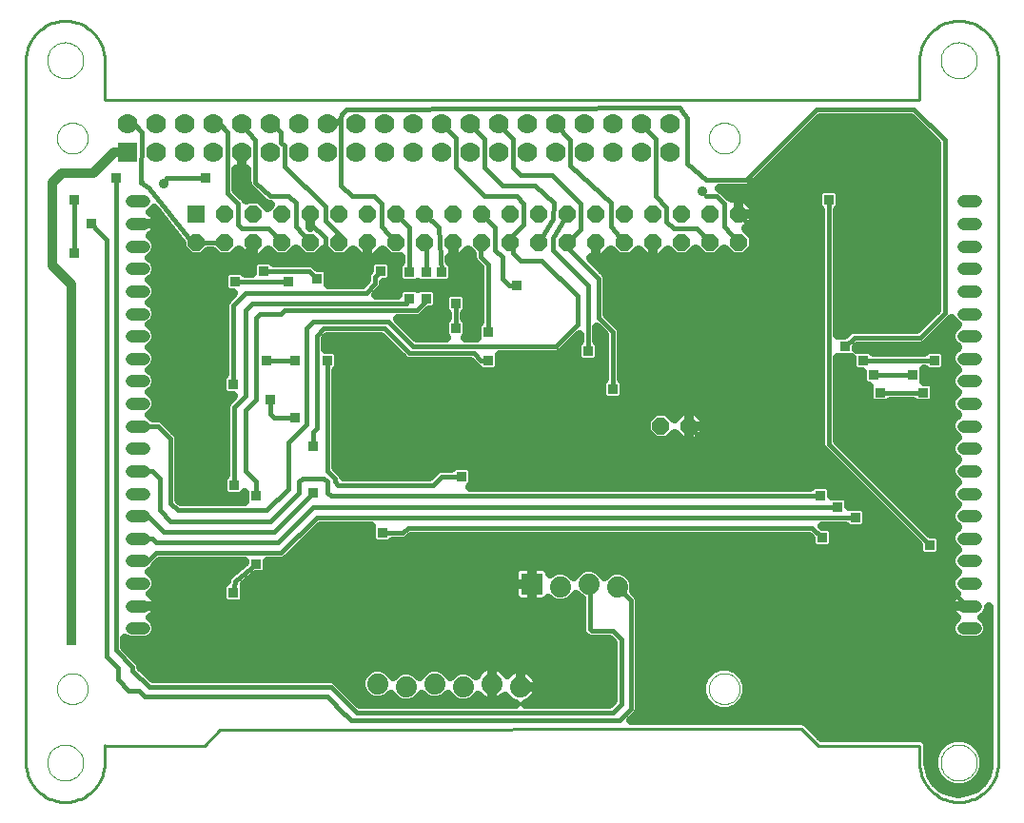
<source format=gbl>
G75*
G70*
%OFA0B0*%
%FSLAX24Y24*%
%IPPOS*%
%LPD*%
%AMOC8*
5,1,8,0,0,1.08239X$1,22.5*
%
%ADD10C,0.0000*%
%ADD11C,0.0100*%
%ADD12C,0.0436*%
%ADD13R,0.0600X0.0600*%
%ADD14OC8,0.0600*%
%ADD15R,0.0700X0.0700*%
%ADD16C,0.0700*%
%ADD17C,0.0740*%
%ADD18R,0.0740X0.0740*%
%ADD19C,0.0160*%
%ADD20R,0.0356X0.0356*%
%ADD21C,0.0320*%
%ADD22C,0.0356*%
%ADD23C,0.0120*%
D10*
X002501Y002916D02*
X002503Y002966D01*
X002509Y003016D01*
X002519Y003065D01*
X002533Y003113D01*
X002550Y003160D01*
X002571Y003205D01*
X002596Y003249D01*
X002624Y003290D01*
X002656Y003329D01*
X002690Y003366D01*
X002727Y003400D01*
X002767Y003430D01*
X002809Y003457D01*
X002853Y003481D01*
X002899Y003502D01*
X002946Y003518D01*
X002994Y003531D01*
X003044Y003540D01*
X003093Y003545D01*
X003144Y003546D01*
X003194Y003543D01*
X003243Y003536D01*
X003292Y003525D01*
X003340Y003510D01*
X003386Y003492D01*
X003431Y003470D01*
X003474Y003444D01*
X003515Y003415D01*
X003554Y003383D01*
X003590Y003348D01*
X003622Y003310D01*
X003652Y003270D01*
X003679Y003227D01*
X003702Y003183D01*
X003721Y003137D01*
X003737Y003089D01*
X003749Y003040D01*
X003757Y002991D01*
X003761Y002941D01*
X003761Y002891D01*
X003757Y002841D01*
X003749Y002792D01*
X003737Y002743D01*
X003721Y002695D01*
X003702Y002649D01*
X003679Y002605D01*
X003652Y002562D01*
X003622Y002522D01*
X003590Y002484D01*
X003554Y002449D01*
X003515Y002417D01*
X003474Y002388D01*
X003431Y002362D01*
X003386Y002340D01*
X003340Y002322D01*
X003292Y002307D01*
X003243Y002296D01*
X003194Y002289D01*
X003144Y002286D01*
X003093Y002287D01*
X003044Y002292D01*
X002994Y002301D01*
X002946Y002314D01*
X002899Y002330D01*
X002853Y002351D01*
X002809Y002375D01*
X002767Y002402D01*
X002727Y002432D01*
X002690Y002466D01*
X002656Y002503D01*
X002624Y002542D01*
X002596Y002583D01*
X002571Y002627D01*
X002550Y002672D01*
X002533Y002719D01*
X002519Y002767D01*
X002509Y002816D01*
X002503Y002866D01*
X002501Y002916D01*
X002842Y005502D02*
X002844Y005548D01*
X002850Y005593D01*
X002859Y005638D01*
X002873Y005682D01*
X002890Y005725D01*
X002911Y005766D01*
X002935Y005805D01*
X002962Y005842D01*
X002992Y005876D01*
X003026Y005908D01*
X003061Y005937D01*
X003099Y005963D01*
X003139Y005985D01*
X003181Y006004D01*
X003225Y006019D01*
X003269Y006031D01*
X003314Y006039D01*
X003360Y006043D01*
X003406Y006043D01*
X003452Y006039D01*
X003497Y006031D01*
X003541Y006019D01*
X003585Y006004D01*
X003627Y005985D01*
X003667Y005963D01*
X003705Y005937D01*
X003740Y005908D01*
X003774Y005876D01*
X003804Y005842D01*
X003831Y005805D01*
X003855Y005766D01*
X003876Y005725D01*
X003893Y005682D01*
X003907Y005638D01*
X003916Y005593D01*
X003922Y005548D01*
X003924Y005502D01*
X003922Y005456D01*
X003916Y005411D01*
X003907Y005366D01*
X003893Y005322D01*
X003876Y005279D01*
X003855Y005238D01*
X003831Y005199D01*
X003804Y005162D01*
X003774Y005128D01*
X003740Y005096D01*
X003705Y005067D01*
X003667Y005041D01*
X003627Y005019D01*
X003585Y005000D01*
X003541Y004985D01*
X003497Y004973D01*
X003452Y004965D01*
X003406Y004961D01*
X003360Y004961D01*
X003314Y004965D01*
X003269Y004973D01*
X003225Y004985D01*
X003181Y005000D01*
X003139Y005019D01*
X003099Y005041D01*
X003061Y005067D01*
X003026Y005096D01*
X002992Y005128D01*
X002962Y005162D01*
X002935Y005199D01*
X002911Y005238D01*
X002890Y005279D01*
X002873Y005322D01*
X002859Y005366D01*
X002850Y005411D01*
X002844Y005456D01*
X002842Y005502D01*
X025676Y005502D02*
X025678Y005548D01*
X025684Y005593D01*
X025693Y005638D01*
X025707Y005682D01*
X025724Y005725D01*
X025745Y005766D01*
X025769Y005805D01*
X025796Y005842D01*
X025826Y005876D01*
X025860Y005908D01*
X025895Y005937D01*
X025933Y005963D01*
X025973Y005985D01*
X026015Y006004D01*
X026059Y006019D01*
X026103Y006031D01*
X026148Y006039D01*
X026194Y006043D01*
X026240Y006043D01*
X026286Y006039D01*
X026331Y006031D01*
X026375Y006019D01*
X026419Y006004D01*
X026461Y005985D01*
X026501Y005963D01*
X026539Y005937D01*
X026574Y005908D01*
X026608Y005876D01*
X026638Y005842D01*
X026665Y005805D01*
X026689Y005766D01*
X026710Y005725D01*
X026727Y005682D01*
X026741Y005638D01*
X026750Y005593D01*
X026756Y005548D01*
X026758Y005502D01*
X026756Y005456D01*
X026750Y005411D01*
X026741Y005366D01*
X026727Y005322D01*
X026710Y005279D01*
X026689Y005238D01*
X026665Y005199D01*
X026638Y005162D01*
X026608Y005128D01*
X026574Y005096D01*
X026539Y005067D01*
X026501Y005041D01*
X026461Y005019D01*
X026419Y005000D01*
X026375Y004985D01*
X026331Y004973D01*
X026286Y004965D01*
X026240Y004961D01*
X026194Y004961D01*
X026148Y004965D01*
X026103Y004973D01*
X026059Y004985D01*
X026015Y005000D01*
X025973Y005019D01*
X025933Y005041D01*
X025895Y005067D01*
X025860Y005096D01*
X025826Y005128D01*
X025796Y005162D01*
X025769Y005199D01*
X025745Y005238D01*
X025724Y005279D01*
X025707Y005322D01*
X025693Y005366D01*
X025684Y005411D01*
X025678Y005456D01*
X025676Y005502D01*
X033800Y002916D02*
X033802Y002966D01*
X033808Y003016D01*
X033818Y003065D01*
X033832Y003113D01*
X033849Y003160D01*
X033870Y003205D01*
X033895Y003249D01*
X033923Y003290D01*
X033955Y003329D01*
X033989Y003366D01*
X034026Y003400D01*
X034066Y003430D01*
X034108Y003457D01*
X034152Y003481D01*
X034198Y003502D01*
X034245Y003518D01*
X034293Y003531D01*
X034343Y003540D01*
X034392Y003545D01*
X034443Y003546D01*
X034493Y003543D01*
X034542Y003536D01*
X034591Y003525D01*
X034639Y003510D01*
X034685Y003492D01*
X034730Y003470D01*
X034773Y003444D01*
X034814Y003415D01*
X034853Y003383D01*
X034889Y003348D01*
X034921Y003310D01*
X034951Y003270D01*
X034978Y003227D01*
X035001Y003183D01*
X035020Y003137D01*
X035036Y003089D01*
X035048Y003040D01*
X035056Y002991D01*
X035060Y002941D01*
X035060Y002891D01*
X035056Y002841D01*
X035048Y002792D01*
X035036Y002743D01*
X035020Y002695D01*
X035001Y002649D01*
X034978Y002605D01*
X034951Y002562D01*
X034921Y002522D01*
X034889Y002484D01*
X034853Y002449D01*
X034814Y002417D01*
X034773Y002388D01*
X034730Y002362D01*
X034685Y002340D01*
X034639Y002322D01*
X034591Y002307D01*
X034542Y002296D01*
X034493Y002289D01*
X034443Y002286D01*
X034392Y002287D01*
X034343Y002292D01*
X034293Y002301D01*
X034245Y002314D01*
X034198Y002330D01*
X034152Y002351D01*
X034108Y002375D01*
X034066Y002402D01*
X034026Y002432D01*
X033989Y002466D01*
X033955Y002503D01*
X033923Y002542D01*
X033895Y002583D01*
X033870Y002627D01*
X033849Y002672D01*
X033832Y002719D01*
X033818Y002767D01*
X033808Y002816D01*
X033802Y002866D01*
X033800Y002916D01*
X025676Y024793D02*
X025678Y024839D01*
X025684Y024884D01*
X025693Y024929D01*
X025707Y024973D01*
X025724Y025016D01*
X025745Y025057D01*
X025769Y025096D01*
X025796Y025133D01*
X025826Y025167D01*
X025860Y025199D01*
X025895Y025228D01*
X025933Y025254D01*
X025973Y025276D01*
X026015Y025295D01*
X026059Y025310D01*
X026103Y025322D01*
X026148Y025330D01*
X026194Y025334D01*
X026240Y025334D01*
X026286Y025330D01*
X026331Y025322D01*
X026375Y025310D01*
X026419Y025295D01*
X026461Y025276D01*
X026501Y025254D01*
X026539Y025228D01*
X026574Y025199D01*
X026608Y025167D01*
X026638Y025133D01*
X026665Y025096D01*
X026689Y025057D01*
X026710Y025016D01*
X026727Y024973D01*
X026741Y024929D01*
X026750Y024884D01*
X026756Y024839D01*
X026758Y024793D01*
X026756Y024747D01*
X026750Y024702D01*
X026741Y024657D01*
X026727Y024613D01*
X026710Y024570D01*
X026689Y024529D01*
X026665Y024490D01*
X026638Y024453D01*
X026608Y024419D01*
X026574Y024387D01*
X026539Y024358D01*
X026501Y024332D01*
X026461Y024310D01*
X026419Y024291D01*
X026375Y024276D01*
X026331Y024264D01*
X026286Y024256D01*
X026240Y024252D01*
X026194Y024252D01*
X026148Y024256D01*
X026103Y024264D01*
X026059Y024276D01*
X026015Y024291D01*
X025973Y024310D01*
X025933Y024332D01*
X025895Y024358D01*
X025860Y024387D01*
X025826Y024419D01*
X025796Y024453D01*
X025769Y024490D01*
X025745Y024529D01*
X025724Y024570D01*
X025707Y024613D01*
X025693Y024657D01*
X025684Y024702D01*
X025678Y024747D01*
X025676Y024793D01*
X033800Y027522D02*
X033802Y027572D01*
X033808Y027622D01*
X033818Y027671D01*
X033832Y027719D01*
X033849Y027766D01*
X033870Y027811D01*
X033895Y027855D01*
X033923Y027896D01*
X033955Y027935D01*
X033989Y027972D01*
X034026Y028006D01*
X034066Y028036D01*
X034108Y028063D01*
X034152Y028087D01*
X034198Y028108D01*
X034245Y028124D01*
X034293Y028137D01*
X034343Y028146D01*
X034392Y028151D01*
X034443Y028152D01*
X034493Y028149D01*
X034542Y028142D01*
X034591Y028131D01*
X034639Y028116D01*
X034685Y028098D01*
X034730Y028076D01*
X034773Y028050D01*
X034814Y028021D01*
X034853Y027989D01*
X034889Y027954D01*
X034921Y027916D01*
X034951Y027876D01*
X034978Y027833D01*
X035001Y027789D01*
X035020Y027743D01*
X035036Y027695D01*
X035048Y027646D01*
X035056Y027597D01*
X035060Y027547D01*
X035060Y027497D01*
X035056Y027447D01*
X035048Y027398D01*
X035036Y027349D01*
X035020Y027301D01*
X035001Y027255D01*
X034978Y027211D01*
X034951Y027168D01*
X034921Y027128D01*
X034889Y027090D01*
X034853Y027055D01*
X034814Y027023D01*
X034773Y026994D01*
X034730Y026968D01*
X034685Y026946D01*
X034639Y026928D01*
X034591Y026913D01*
X034542Y026902D01*
X034493Y026895D01*
X034443Y026892D01*
X034392Y026893D01*
X034343Y026898D01*
X034293Y026907D01*
X034245Y026920D01*
X034198Y026936D01*
X034152Y026957D01*
X034108Y026981D01*
X034066Y027008D01*
X034026Y027038D01*
X033989Y027072D01*
X033955Y027109D01*
X033923Y027148D01*
X033895Y027189D01*
X033870Y027233D01*
X033849Y027278D01*
X033832Y027325D01*
X033818Y027373D01*
X033808Y027422D01*
X033802Y027472D01*
X033800Y027522D01*
X002842Y024793D02*
X002844Y024839D01*
X002850Y024884D01*
X002859Y024929D01*
X002873Y024973D01*
X002890Y025016D01*
X002911Y025057D01*
X002935Y025096D01*
X002962Y025133D01*
X002992Y025167D01*
X003026Y025199D01*
X003061Y025228D01*
X003099Y025254D01*
X003139Y025276D01*
X003181Y025295D01*
X003225Y025310D01*
X003269Y025322D01*
X003314Y025330D01*
X003360Y025334D01*
X003406Y025334D01*
X003452Y025330D01*
X003497Y025322D01*
X003541Y025310D01*
X003585Y025295D01*
X003627Y025276D01*
X003667Y025254D01*
X003705Y025228D01*
X003740Y025199D01*
X003774Y025167D01*
X003804Y025133D01*
X003831Y025096D01*
X003855Y025057D01*
X003876Y025016D01*
X003893Y024973D01*
X003907Y024929D01*
X003916Y024884D01*
X003922Y024839D01*
X003924Y024793D01*
X003922Y024747D01*
X003916Y024702D01*
X003907Y024657D01*
X003893Y024613D01*
X003876Y024570D01*
X003855Y024529D01*
X003831Y024490D01*
X003804Y024453D01*
X003774Y024419D01*
X003740Y024387D01*
X003705Y024358D01*
X003667Y024332D01*
X003627Y024310D01*
X003585Y024291D01*
X003541Y024276D01*
X003497Y024264D01*
X003452Y024256D01*
X003406Y024252D01*
X003360Y024252D01*
X003314Y024256D01*
X003269Y024264D01*
X003225Y024276D01*
X003181Y024291D01*
X003139Y024310D01*
X003099Y024332D01*
X003061Y024358D01*
X003026Y024387D01*
X002992Y024419D01*
X002962Y024453D01*
X002935Y024490D01*
X002911Y024529D01*
X002890Y024570D01*
X002873Y024613D01*
X002859Y024657D01*
X002850Y024702D01*
X002844Y024747D01*
X002842Y024793D01*
X002501Y027522D02*
X002503Y027572D01*
X002509Y027622D01*
X002519Y027671D01*
X002533Y027719D01*
X002550Y027766D01*
X002571Y027811D01*
X002596Y027855D01*
X002624Y027896D01*
X002656Y027935D01*
X002690Y027972D01*
X002727Y028006D01*
X002767Y028036D01*
X002809Y028063D01*
X002853Y028087D01*
X002899Y028108D01*
X002946Y028124D01*
X002994Y028137D01*
X003044Y028146D01*
X003093Y028151D01*
X003144Y028152D01*
X003194Y028149D01*
X003243Y028142D01*
X003292Y028131D01*
X003340Y028116D01*
X003386Y028098D01*
X003431Y028076D01*
X003474Y028050D01*
X003515Y028021D01*
X003554Y027989D01*
X003590Y027954D01*
X003622Y027916D01*
X003652Y027876D01*
X003679Y027833D01*
X003702Y027789D01*
X003721Y027743D01*
X003737Y027695D01*
X003749Y027646D01*
X003757Y027597D01*
X003761Y027547D01*
X003761Y027497D01*
X003757Y027447D01*
X003749Y027398D01*
X003737Y027349D01*
X003721Y027301D01*
X003702Y027255D01*
X003679Y027211D01*
X003652Y027168D01*
X003622Y027128D01*
X003590Y027090D01*
X003554Y027055D01*
X003515Y027023D01*
X003474Y026994D01*
X003431Y026968D01*
X003386Y026946D01*
X003340Y026928D01*
X003292Y026913D01*
X003243Y026902D01*
X003194Y026895D01*
X003144Y026892D01*
X003093Y026893D01*
X003044Y026898D01*
X002994Y026907D01*
X002946Y026920D01*
X002899Y026936D01*
X002853Y026957D01*
X002809Y026981D01*
X002767Y027008D01*
X002727Y027038D01*
X002690Y027072D01*
X002656Y027109D01*
X002624Y027148D01*
X002596Y027189D01*
X002571Y027233D01*
X002550Y027278D01*
X002533Y027325D01*
X002519Y027373D01*
X002509Y027422D01*
X002503Y027472D01*
X002501Y027522D01*
D11*
X001753Y027522D02*
X001753Y002916D01*
X001755Y002843D01*
X001761Y002770D01*
X001771Y002697D01*
X001784Y002625D01*
X001802Y002553D01*
X001823Y002483D01*
X001848Y002414D01*
X001876Y002347D01*
X001908Y002281D01*
X001944Y002216D01*
X001983Y002154D01*
X002025Y002094D01*
X002070Y002036D01*
X002118Y001981D01*
X002170Y001929D01*
X002224Y001879D01*
X002280Y001832D01*
X002339Y001788D01*
X002400Y001748D01*
X002463Y001711D01*
X002528Y001677D01*
X002595Y001646D01*
X002664Y001620D01*
X002733Y001597D01*
X002804Y001577D01*
X002876Y001562D01*
X002948Y001550D01*
X003021Y001542D01*
X003094Y001538D01*
X003168Y001538D01*
X003241Y001542D01*
X003314Y001550D01*
X003386Y001562D01*
X003458Y001577D01*
X003529Y001597D01*
X003598Y001620D01*
X003667Y001646D01*
X003734Y001677D01*
X003799Y001711D01*
X003862Y001748D01*
X003923Y001788D01*
X003982Y001832D01*
X004038Y001879D01*
X004092Y001929D01*
X004144Y001981D01*
X004192Y002036D01*
X004237Y002094D01*
X004279Y002154D01*
X004318Y002216D01*
X004354Y002281D01*
X004386Y002347D01*
X004414Y002414D01*
X004439Y002483D01*
X004460Y002553D01*
X004478Y002625D01*
X004491Y002697D01*
X004501Y002770D01*
X004507Y002843D01*
X004509Y002916D01*
X004509Y003500D01*
X004531Y003523D01*
X004507Y003514D02*
X008050Y003514D01*
X008020Y003514D02*
X004567Y003514D01*
X004509Y003500D01*
X008020Y003514D02*
X008565Y004060D01*
X028909Y004097D01*
X029499Y003507D01*
X033052Y003507D01*
X033036Y003495D01*
X033052Y003506D01*
X029509Y003506D01*
X033052Y003506D02*
X033052Y002916D01*
X033054Y002843D01*
X033060Y002770D01*
X033070Y002697D01*
X033083Y002625D01*
X033101Y002553D01*
X033122Y002483D01*
X033147Y002414D01*
X033175Y002347D01*
X033207Y002281D01*
X033243Y002216D01*
X033282Y002154D01*
X033324Y002094D01*
X033369Y002036D01*
X033417Y001981D01*
X033469Y001929D01*
X033523Y001879D01*
X033579Y001832D01*
X033638Y001788D01*
X033699Y001748D01*
X033762Y001711D01*
X033827Y001677D01*
X033894Y001646D01*
X033963Y001620D01*
X034032Y001597D01*
X034103Y001577D01*
X034175Y001562D01*
X034247Y001550D01*
X034320Y001542D01*
X034393Y001538D01*
X034467Y001538D01*
X034540Y001542D01*
X034613Y001550D01*
X034685Y001562D01*
X034757Y001577D01*
X034828Y001597D01*
X034897Y001620D01*
X034966Y001646D01*
X035033Y001677D01*
X035098Y001711D01*
X035161Y001748D01*
X035222Y001788D01*
X035281Y001832D01*
X035337Y001879D01*
X035391Y001929D01*
X035443Y001981D01*
X035491Y002036D01*
X035536Y002094D01*
X035578Y002154D01*
X035617Y002216D01*
X035653Y002281D01*
X035685Y002347D01*
X035713Y002414D01*
X035738Y002483D01*
X035759Y002553D01*
X035777Y002625D01*
X035790Y002697D01*
X035800Y002770D01*
X035806Y002843D01*
X035808Y002916D01*
X035808Y027522D01*
X035806Y027595D01*
X035800Y027668D01*
X035790Y027741D01*
X035777Y027813D01*
X035759Y027885D01*
X035738Y027955D01*
X035713Y028024D01*
X035685Y028091D01*
X035653Y028157D01*
X035617Y028222D01*
X035578Y028284D01*
X035536Y028344D01*
X035491Y028402D01*
X035443Y028457D01*
X035391Y028509D01*
X035337Y028559D01*
X035281Y028606D01*
X035222Y028650D01*
X035161Y028690D01*
X035098Y028727D01*
X035033Y028761D01*
X034966Y028792D01*
X034897Y028818D01*
X034828Y028841D01*
X034757Y028861D01*
X034685Y028876D01*
X034613Y028888D01*
X034540Y028896D01*
X034467Y028900D01*
X034393Y028900D01*
X034320Y028896D01*
X034247Y028888D01*
X034175Y028876D01*
X034103Y028861D01*
X034032Y028841D01*
X033963Y028818D01*
X033894Y028792D01*
X033827Y028761D01*
X033762Y028727D01*
X033699Y028690D01*
X033638Y028650D01*
X033579Y028606D01*
X033523Y028559D01*
X033469Y028509D01*
X033417Y028457D01*
X033369Y028402D01*
X033324Y028344D01*
X033282Y028284D01*
X033243Y028222D01*
X033207Y028157D01*
X033175Y028091D01*
X033147Y028024D01*
X033122Y027955D01*
X033101Y027885D01*
X033083Y027813D01*
X033070Y027741D01*
X033060Y027668D01*
X033054Y027595D01*
X033052Y027522D01*
X033052Y026144D01*
X004509Y026144D01*
X004509Y027522D01*
X004507Y027595D01*
X004501Y027668D01*
X004491Y027741D01*
X004478Y027813D01*
X004460Y027885D01*
X004439Y027955D01*
X004414Y028024D01*
X004386Y028091D01*
X004354Y028157D01*
X004318Y028222D01*
X004279Y028284D01*
X004237Y028344D01*
X004192Y028402D01*
X004144Y028457D01*
X004092Y028509D01*
X004038Y028559D01*
X003982Y028606D01*
X003923Y028650D01*
X003862Y028690D01*
X003799Y028727D01*
X003734Y028761D01*
X003667Y028792D01*
X003598Y028818D01*
X003529Y028841D01*
X003458Y028861D01*
X003386Y028876D01*
X003314Y028888D01*
X003241Y028896D01*
X003168Y028900D01*
X003094Y028900D01*
X003021Y028896D01*
X002948Y028888D01*
X002876Y028876D01*
X002804Y028861D01*
X002733Y028841D01*
X002664Y028818D01*
X002595Y028792D01*
X002528Y028761D01*
X002463Y028727D01*
X002400Y028690D01*
X002339Y028650D01*
X002280Y028606D01*
X002224Y028559D01*
X002170Y028509D01*
X002118Y028457D01*
X002070Y028402D01*
X002025Y028344D01*
X001983Y028284D01*
X001944Y028222D01*
X001908Y028157D01*
X001876Y028091D01*
X001848Y028024D01*
X001823Y027955D01*
X001802Y027885D01*
X001784Y027813D01*
X001771Y027741D01*
X001761Y027668D01*
X001755Y027595D01*
X001753Y027522D01*
D12*
X005453Y022585D02*
X005890Y022585D01*
X005890Y021798D02*
X005453Y021798D01*
X005453Y021010D02*
X005890Y021010D01*
X005890Y020223D02*
X005453Y020223D01*
X005453Y019435D02*
X005890Y019435D01*
X005890Y018648D02*
X005453Y018648D01*
X005453Y017861D02*
X005890Y017861D01*
X005890Y017073D02*
X005453Y017073D01*
X005453Y016286D02*
X005890Y016286D01*
X005890Y015498D02*
X005453Y015498D01*
X005453Y014711D02*
X005890Y014711D01*
X005890Y013924D02*
X005453Y013924D01*
X005453Y013136D02*
X005890Y013136D01*
X005890Y012349D02*
X005453Y012349D01*
X005453Y011561D02*
X005890Y011561D01*
X005890Y010774D02*
X005453Y010774D01*
X005453Y009987D02*
X005890Y009987D01*
X005890Y009199D02*
X005453Y009199D01*
X005453Y008412D02*
X005890Y008412D01*
X005890Y007624D02*
X005453Y007624D01*
X034587Y007624D02*
X035023Y007624D01*
X035023Y008412D02*
X034587Y008412D01*
X034587Y009199D02*
X035023Y009199D01*
X035023Y009987D02*
X034587Y009987D01*
X034587Y010774D02*
X035023Y010774D01*
X035023Y011561D02*
X034587Y011561D01*
X034587Y012349D02*
X035023Y012349D01*
X035023Y013136D02*
X034587Y013136D01*
X034587Y013924D02*
X035023Y013924D01*
X035023Y014711D02*
X034587Y014711D01*
X034587Y015498D02*
X035023Y015498D01*
X035023Y016286D02*
X034587Y016286D01*
X034587Y017073D02*
X035023Y017073D01*
X035023Y017861D02*
X034587Y017861D01*
X034587Y018648D02*
X035023Y018648D01*
X035023Y019435D02*
X034587Y019435D01*
X034587Y020223D02*
X035023Y020223D01*
X035023Y021010D02*
X034587Y021010D01*
X034587Y021798D02*
X035023Y021798D01*
X035023Y022585D02*
X034587Y022585D01*
D13*
X007728Y022146D03*
D14*
X008728Y022146D03*
X009728Y022146D03*
X010728Y022146D03*
X011728Y022146D03*
X012728Y022146D03*
X013728Y022146D03*
X014728Y022146D03*
X015728Y022146D03*
X016728Y022146D03*
X017728Y022146D03*
X018728Y022146D03*
X019728Y022146D03*
X020728Y022146D03*
X021728Y022146D03*
X022728Y022146D03*
X023728Y022146D03*
X024728Y022146D03*
X025728Y022146D03*
X026728Y022146D03*
X026728Y021146D03*
X025728Y021146D03*
X024728Y021146D03*
X023728Y021146D03*
X022728Y021146D03*
X021728Y021146D03*
X020728Y021146D03*
X019728Y021146D03*
X018728Y021146D03*
X017728Y021146D03*
X016728Y021146D03*
X015728Y021146D03*
X014728Y021146D03*
X013728Y021146D03*
X012728Y021146D03*
X011728Y021146D03*
X010728Y021146D03*
X009728Y021146D03*
X008728Y021146D03*
X007728Y021146D03*
X023995Y014715D03*
X024995Y014715D03*
D15*
X005300Y024293D03*
D16*
X006300Y024293D03*
X006300Y025293D03*
X005300Y025293D03*
X007300Y025293D03*
X007300Y024293D03*
X008300Y024293D03*
X009300Y024293D03*
X009300Y025293D03*
X008300Y025293D03*
X010300Y025293D03*
X010300Y024293D03*
X011300Y024293D03*
X012300Y024293D03*
X012300Y025293D03*
X011300Y025293D03*
X013300Y025293D03*
X013300Y024293D03*
X014300Y024293D03*
X015300Y024293D03*
X015300Y025293D03*
X014300Y025293D03*
X016300Y025293D03*
X016300Y024293D03*
X017300Y024293D03*
X018300Y024293D03*
X018300Y025293D03*
X017300Y025293D03*
X019300Y025293D03*
X020300Y025293D03*
X020300Y024293D03*
X019300Y024293D03*
X021300Y024293D03*
X021300Y025293D03*
X022300Y025293D03*
X023300Y025293D03*
X023300Y024293D03*
X022300Y024293D03*
X024300Y024293D03*
X024300Y025293D03*
D17*
X022470Y009081D03*
X021470Y009181D03*
X020470Y009081D03*
X019072Y005581D03*
X018072Y005681D03*
X017072Y005581D03*
X016072Y005681D03*
X015072Y005581D03*
X014072Y005681D03*
D18*
X019470Y009181D03*
D19*
X021470Y009181D02*
X021502Y009148D01*
X021502Y007606D01*
X021576Y007532D01*
X022309Y007532D01*
X022614Y007227D01*
X022614Y004968D01*
X022319Y004673D01*
X013338Y004673D01*
X013190Y004820D01*
X013185Y004820D01*
X012452Y005553D01*
X006084Y005553D01*
X005493Y006144D01*
X005493Y006262D01*
X004903Y006853D01*
X004903Y023388D01*
X005798Y023242D02*
X006059Y023062D01*
X007570Y021134D01*
X007716Y021134D01*
X007728Y021146D01*
X008728Y021146D01*
X009070Y020484D02*
X007421Y020484D01*
X006107Y021798D01*
X005671Y021798D01*
X004583Y021247D02*
X004583Y006631D01*
X004972Y006242D01*
X004972Y005819D01*
X005360Y005430D01*
X005720Y005430D01*
X005911Y005238D01*
X012304Y005238D01*
X012929Y004613D01*
X012939Y004613D01*
X013141Y004412D01*
X022550Y004412D01*
X022939Y004800D01*
X022939Y008611D01*
X022470Y009081D01*
X017029Y012924D02*
X016300Y012924D01*
X016010Y012634D01*
X012695Y012634D01*
X012570Y012759D01*
X012570Y012884D01*
X012320Y013134D01*
X012320Y017009D01*
X011945Y017884D02*
X012195Y018134D01*
X014320Y018134D01*
X015195Y017259D01*
X017445Y017259D01*
X017695Y017009D01*
X017945Y017009D01*
X017945Y018009D02*
X017945Y020384D01*
X017695Y020634D01*
X017695Y021113D01*
X017728Y021146D01*
X018195Y020884D02*
X018195Y021680D01*
X017728Y022146D01*
X017820Y022759D02*
X016801Y023778D01*
X016801Y024792D01*
X016300Y025293D01*
X017300Y025293D02*
X017300Y025279D01*
X017801Y024759D01*
X017801Y023759D01*
X018445Y023134D01*
X019570Y023134D01*
X020233Y022524D01*
X020227Y021964D01*
X019728Y021146D01*
X020228Y021306D02*
X020728Y022146D01*
X021195Y022509D02*
X021195Y021613D01*
X020728Y021146D01*
X020728Y020976D01*
X021820Y019884D01*
X021820Y018509D01*
X022320Y018009D01*
X022320Y016009D01*
X021446Y017340D02*
X021446Y019633D01*
X020222Y020880D01*
X020228Y021306D01*
X019195Y021759D02*
X019195Y022509D01*
X018945Y022759D01*
X017820Y022759D01*
X018805Y023755D02*
X019070Y023509D01*
X020195Y023509D01*
X021195Y022509D01*
X022236Y022518D02*
X022236Y021689D01*
X022728Y021146D01*
X024195Y021884D02*
X024445Y021634D01*
X025241Y021634D01*
X025728Y021146D01*
X026228Y021688D02*
X026728Y021146D01*
X026228Y021688D02*
X026228Y022517D01*
X025945Y022759D01*
X025570Y022759D01*
X025577Y023344D02*
X026994Y023344D01*
X029452Y025801D01*
X032865Y025801D01*
X033936Y024730D01*
X033936Y018656D01*
X033087Y017806D01*
X030771Y017806D01*
X030454Y017490D01*
X031070Y017009D02*
X033570Y017009D01*
X032820Y016509D02*
X031445Y016509D01*
X031695Y015884D02*
X033195Y015884D01*
X029895Y014072D02*
X033420Y010547D01*
X032671Y010470D02*
X029345Y013797D01*
X025913Y013797D01*
X024995Y014715D01*
X027945Y018009D02*
X027945Y020930D01*
X026728Y022146D01*
X025577Y023344D02*
X024912Y023903D01*
X024912Y025493D01*
X024652Y025859D01*
X012973Y025801D01*
X012820Y025649D01*
X012797Y025516D01*
X012604Y025293D01*
X012300Y025293D01*
X012300Y025279D01*
X012797Y025516D02*
X012797Y023142D01*
X013195Y022759D01*
X013945Y022759D01*
X014221Y022516D01*
X014221Y021686D01*
X014728Y021146D01*
X014320Y020634D02*
X014695Y020259D01*
X014695Y019634D01*
X016695Y019634D01*
X016820Y019759D01*
X016820Y021113D01*
X016728Y021146D01*
X016204Y021682D02*
X015728Y022146D01*
X016204Y021682D02*
X016309Y020107D01*
X015782Y020097D02*
X015782Y021092D01*
X015728Y021146D01*
X015195Y021680D02*
X014728Y022146D01*
X015195Y021680D02*
X015195Y020097D01*
X014320Y020634D02*
X013695Y020634D01*
X013695Y021134D01*
X013728Y020726D01*
X013728Y020793D01*
X013706Y020544D01*
X012360Y020543D01*
X012260Y020643D01*
X012260Y021285D01*
X011728Y021817D01*
X011728Y022146D01*
X012235Y022391D02*
X012235Y021886D01*
X012710Y021436D01*
X012735Y021285D01*
X012728Y021146D01*
X012360Y020543D02*
X009875Y020541D01*
X009695Y020884D01*
X009695Y021113D01*
X009699Y021113D01*
X009070Y020484D01*
X009070Y019759D02*
X010945Y019759D01*
X011695Y020134D02*
X011945Y019884D01*
X011695Y020134D02*
X010070Y020134D01*
X009445Y019384D02*
X013670Y019384D01*
X013982Y019697D01*
X013982Y019922D01*
X014195Y020134D01*
X013728Y020793D02*
X013728Y021146D01*
X012235Y022391D02*
X010805Y023786D01*
X010801Y024532D01*
X010695Y024634D01*
X010695Y025009D01*
X010411Y025293D01*
X010300Y025293D01*
X009797Y024751D02*
X009797Y023251D01*
X010320Y022759D01*
X010945Y022759D01*
X011228Y022522D01*
X011228Y021693D01*
X011728Y021146D01*
X010728Y021146D02*
X010241Y021634D01*
X009320Y021634D01*
X009195Y021759D01*
X009195Y022509D01*
X008802Y022882D01*
X008802Y025007D01*
X008536Y025293D01*
X008300Y025293D01*
X009300Y025293D02*
X009300Y025279D01*
X009797Y024751D01*
X008052Y023388D02*
X006674Y023388D01*
X006593Y023202D01*
X005815Y023256D02*
X005798Y023242D01*
X005803Y025009D01*
X005536Y025293D01*
X005300Y025293D01*
X003445Y022634D02*
X003445Y020759D01*
X004287Y021543D02*
X004583Y021247D01*
X004287Y021543D02*
X004036Y021789D01*
X009032Y018942D02*
X009445Y019384D01*
X009695Y019009D02*
X015070Y019009D01*
X015195Y019159D01*
X015445Y018759D02*
X015807Y019122D01*
X015807Y019272D01*
X015795Y019159D01*
X015445Y018759D02*
X010820Y018759D01*
X010695Y018634D01*
X009945Y018634D01*
X009820Y018509D01*
X009820Y015634D01*
X009445Y015259D01*
X009445Y013134D01*
X009820Y012759D01*
X009820Y012259D01*
X010195Y011759D02*
X010945Y012509D01*
X010945Y014134D01*
X011570Y014759D01*
X011570Y018134D01*
X011820Y018384D01*
X014445Y018384D01*
X015320Y017509D01*
X020320Y017509D01*
X021070Y018259D01*
X021070Y019259D01*
X019820Y020509D01*
X019070Y020509D01*
X018820Y020759D01*
X018820Y021055D01*
X018728Y021146D01*
X018728Y021293D01*
X019195Y021759D01*
X018195Y020884D02*
X018445Y020634D01*
X018445Y019884D01*
X018695Y019634D01*
X018945Y019634D01*
X016820Y019009D02*
X016820Y018134D01*
X011945Y017884D02*
X011945Y014634D01*
X011820Y014509D01*
X011820Y014009D01*
X011195Y015009D02*
X010445Y015009D01*
X010320Y015134D01*
X010320Y015634D01*
X009445Y015759D02*
X009445Y018759D01*
X009695Y019009D01*
X009032Y018942D02*
X009024Y016161D01*
X009445Y015759D02*
X009050Y015358D01*
X009037Y012641D01*
X010195Y011759D02*
X007070Y011759D01*
X006820Y012009D01*
X006820Y014259D01*
X006368Y014711D01*
X005671Y014711D01*
X005671Y013136D02*
X006193Y013136D01*
X006445Y012884D01*
X006445Y011759D01*
X006820Y011384D01*
X010320Y011384D01*
X011320Y012384D01*
X011320Y012759D01*
X011445Y012884D01*
X012195Y012884D01*
X012320Y012759D01*
X012320Y012384D01*
X012445Y012259D01*
X029570Y012259D01*
X030195Y011884D02*
X011820Y011884D01*
X010570Y010634D01*
X006320Y010634D01*
X006180Y010774D01*
X005671Y010774D01*
X005671Y009987D02*
X006047Y009987D01*
X006320Y010259D01*
X010695Y010259D01*
X011945Y011509D01*
X030820Y011509D01*
X029652Y010790D02*
X029294Y011149D01*
X015138Y011149D01*
X014949Y010960D01*
X014246Y010960D01*
X011820Y012384D02*
X010445Y011009D01*
X006570Y011009D01*
X006018Y011561D01*
X005671Y011561D01*
X009070Y009259D02*
X009030Y008877D01*
X009070Y009259D02*
X009820Y009884D01*
X006445Y008259D02*
X006320Y008384D01*
X005699Y008384D01*
X005671Y008412D01*
X006445Y008259D02*
X006445Y006134D01*
X010195Y017009D02*
X011195Y017009D01*
X009699Y021113D02*
X009720Y021134D01*
X009728Y021146D02*
X009695Y021113D01*
X018300Y025279D02*
X018805Y024755D01*
X018805Y023755D01*
X018300Y025279D02*
X018300Y025293D01*
X020300Y025293D02*
X020300Y025279D01*
X020805Y024721D01*
X020805Y023846D01*
X022236Y022518D01*
X023803Y022754D02*
X024195Y022384D01*
X024195Y021884D01*
X023803Y022754D02*
X023803Y024754D01*
X023300Y025279D01*
X023300Y025293D01*
X029895Y022622D02*
X029895Y014072D01*
X032671Y010470D02*
X034730Y008412D01*
X034805Y008412D01*
D20*
X033420Y010547D03*
X032671Y010470D03*
X030820Y011509D03*
X030195Y011884D03*
X029570Y012259D03*
X029652Y010790D03*
X031695Y015884D03*
X031445Y016509D03*
X031070Y017009D03*
X030454Y017490D03*
X032820Y016509D03*
X033195Y015884D03*
X033570Y017009D03*
X027945Y018009D03*
X029895Y022622D03*
X021446Y017340D03*
X022320Y016009D03*
X017945Y017009D03*
X017945Y018009D03*
X016820Y018134D03*
X016820Y019009D03*
X016310Y019160D03*
X015795Y019159D03*
X015195Y019159D03*
X015195Y020097D03*
X015782Y020097D03*
X016309Y020107D03*
X017435Y019035D03*
X018945Y019634D03*
X014195Y020134D03*
X011945Y019884D03*
X010945Y019759D03*
X010070Y020134D03*
X009070Y019759D03*
X010195Y017009D03*
X011195Y017009D03*
X012320Y017009D03*
X013810Y017510D03*
X011195Y015009D03*
X010320Y015634D03*
X009024Y016161D03*
X011820Y014009D03*
X011820Y012384D03*
X009820Y012259D03*
X009037Y012641D03*
X009820Y009884D03*
X009030Y008877D03*
X012110Y009460D03*
X014246Y010960D03*
X017029Y012924D03*
X006445Y006134D03*
X003360Y007185D03*
X003445Y020759D03*
X004036Y021789D03*
X003445Y022634D03*
X004903Y023388D03*
X008052Y023388D03*
X034710Y005735D03*
D21*
X035498Y005669D02*
X027016Y005669D01*
X027019Y005661D02*
X026897Y005956D01*
X026671Y006181D01*
X026377Y006303D01*
X026058Y006303D01*
X025764Y006181D01*
X025538Y005956D01*
X025416Y005661D01*
X025416Y005342D01*
X025538Y005048D01*
X025764Y004822D01*
X026058Y004700D01*
X026377Y004700D01*
X026671Y004822D01*
X026897Y005048D01*
X027019Y005342D01*
X027019Y005661D01*
X027019Y005351D02*
X035498Y005351D01*
X035498Y005032D02*
X026881Y005032D01*
X026409Y004714D02*
X035498Y004714D01*
X035498Y004395D02*
X028999Y004395D01*
X028971Y004407D02*
X028970Y004407D01*
X028909Y004407D01*
X028847Y004407D01*
X022959Y004396D01*
X023109Y004546D01*
X023193Y004631D01*
X023239Y004741D01*
X023239Y008671D01*
X023193Y008781D01*
X023045Y008929D01*
X023060Y008963D01*
X023060Y009198D01*
X022970Y009415D01*
X022804Y009581D01*
X022587Y009671D01*
X022352Y009671D01*
X022135Y009581D01*
X021999Y009444D01*
X021970Y009515D01*
X021804Y009681D01*
X021587Y009771D01*
X021352Y009771D01*
X021135Y009681D01*
X020969Y009515D01*
X020940Y009444D01*
X020804Y009581D01*
X020587Y009671D01*
X020352Y009671D01*
X020135Y009581D01*
X020100Y009545D01*
X020100Y009576D01*
X020090Y009626D01*
X020070Y009674D01*
X020042Y009716D01*
X020005Y009753D01*
X019963Y009781D01*
X019915Y009801D01*
X019865Y009811D01*
X019470Y009811D01*
X019470Y009181D01*
X019470Y009181D01*
X019470Y009811D01*
X019074Y009811D01*
X019024Y009801D01*
X018976Y009781D01*
X018934Y009753D01*
X018898Y009716D01*
X018869Y009674D01*
X018850Y009626D01*
X018840Y009576D01*
X018840Y009181D01*
X019470Y009181D01*
X019470Y008551D01*
X019865Y008551D01*
X019915Y008561D01*
X019963Y008580D01*
X020005Y008609D01*
X020042Y008645D01*
X020053Y008662D01*
X020135Y008580D01*
X020352Y008491D01*
X020587Y008491D01*
X020804Y008580D01*
X020970Y008746D01*
X020999Y008817D01*
X021135Y008680D01*
X021202Y008653D01*
X021202Y007546D01*
X021248Y007436D01*
X021332Y007351D01*
X021406Y007277D01*
X021516Y007232D01*
X022185Y007232D01*
X022314Y007102D01*
X022314Y005092D01*
X022195Y004973D01*
X019239Y004973D01*
X019314Y004997D01*
X019402Y005042D01*
X019482Y005100D01*
X019552Y005170D01*
X019611Y005250D01*
X019656Y005339D01*
X019686Y005433D01*
X019702Y005531D01*
X019702Y005581D01*
X019702Y005630D01*
X019686Y005728D01*
X019656Y005823D01*
X019611Y005911D01*
X019552Y005991D01*
X019482Y006061D01*
X019402Y006119D01*
X019314Y006165D01*
X019219Y006195D01*
X019121Y006211D01*
X019072Y006211D01*
X019072Y005581D01*
X019072Y005581D01*
X019072Y006211D01*
X019022Y006211D01*
X018924Y006195D01*
X018830Y006165D01*
X018742Y006119D01*
X018661Y006061D01*
X018611Y006011D01*
X018552Y006091D01*
X018482Y006161D01*
X018402Y006219D01*
X018314Y006265D01*
X018219Y006295D01*
X018121Y006311D01*
X018072Y006311D01*
X018072Y005681D01*
X018072Y005681D01*
X018072Y006311D01*
X018022Y006311D01*
X017924Y006295D01*
X017830Y006265D01*
X017742Y006219D01*
X017661Y006161D01*
X017591Y006091D01*
X017533Y006011D01*
X017514Y005973D01*
X017406Y006081D01*
X017189Y006171D01*
X016955Y006171D01*
X016738Y006081D01*
X016601Y005944D01*
X016572Y006015D01*
X016406Y006181D01*
X016189Y006271D01*
X015955Y006271D01*
X015738Y006181D01*
X015572Y006015D01*
X015543Y005944D01*
X015406Y006081D01*
X015189Y006171D01*
X014955Y006171D01*
X014738Y006081D01*
X014601Y005944D01*
X014572Y006015D01*
X014406Y006181D01*
X014189Y006271D01*
X013955Y006271D01*
X013738Y006181D01*
X013572Y006015D01*
X013482Y005798D01*
X013482Y005563D01*
X013572Y005346D01*
X013738Y005180D01*
X013955Y005091D01*
X014189Y005091D01*
X014406Y005180D01*
X014543Y005317D01*
X014572Y005246D01*
X014738Y005080D01*
X014955Y004991D01*
X015189Y004991D01*
X015406Y005080D01*
X015572Y005246D01*
X015601Y005317D01*
X015738Y005180D01*
X015955Y005091D01*
X016189Y005091D01*
X016406Y005180D01*
X016543Y005317D01*
X016572Y005246D01*
X016738Y005080D01*
X016955Y004991D01*
X017189Y004991D01*
X017406Y005080D01*
X017572Y005246D01*
X017585Y005279D01*
X017591Y005270D01*
X017661Y005200D01*
X017742Y005142D01*
X017830Y005097D01*
X017924Y005066D01*
X018022Y005051D01*
X018072Y005051D01*
X018121Y005051D01*
X018219Y005066D01*
X018314Y005097D01*
X018402Y005142D01*
X018482Y005200D01*
X018533Y005251D01*
X018533Y005250D01*
X018591Y005170D01*
X018661Y005100D01*
X018742Y005042D01*
X018830Y004997D01*
X018905Y004973D01*
X013462Y004973D01*
X013360Y005074D01*
X013352Y005078D01*
X012622Y005808D01*
X012512Y005853D01*
X006208Y005853D01*
X005793Y006268D01*
X005793Y006322D01*
X005748Y006432D01*
X005203Y006977D01*
X005203Y007255D01*
X005205Y007253D01*
X005366Y007186D01*
X005977Y007186D01*
X006138Y007253D01*
X006261Y007376D01*
X006328Y007537D01*
X006328Y007712D01*
X006261Y007873D01*
X006138Y007996D01*
X006131Y007998D01*
X006140Y008003D01*
X006201Y008047D01*
X006254Y008100D01*
X006298Y008161D01*
X006333Y008228D01*
X006356Y008300D01*
X006368Y008374D01*
X006368Y008412D01*
X006368Y008449D01*
X006356Y008524D01*
X006333Y008595D01*
X006298Y008662D01*
X006254Y008723D01*
X006201Y008776D01*
X006140Y008821D01*
X006131Y008825D01*
X006138Y008828D01*
X006261Y008951D01*
X006328Y009112D01*
X006328Y009286D01*
X006261Y009447D01*
X006138Y009571D01*
X006084Y009593D01*
X006138Y009615D01*
X006261Y009738D01*
X006287Y009802D01*
X006444Y009959D01*
X009422Y009959D01*
X009422Y009943D01*
X008879Y009491D01*
X008835Y009454D01*
X008834Y009453D01*
X008832Y009451D01*
X008805Y009400D01*
X008778Y009350D01*
X008778Y009348D01*
X008777Y009346D01*
X008771Y009288D01*
X008770Y009276D01*
X008761Y009276D01*
X008632Y009147D01*
X008632Y008608D01*
X008761Y008479D01*
X009299Y008479D01*
X009428Y008608D01*
X009428Y009147D01*
X009417Y009158D01*
X009811Y009486D01*
X010089Y009486D01*
X010218Y009615D01*
X010218Y009959D01*
X010755Y009959D01*
X010865Y010005D01*
X012069Y011209D01*
X013848Y011209D01*
X013848Y010691D01*
X013977Y010562D01*
X014515Y010562D01*
X014613Y010660D01*
X015009Y010660D01*
X015119Y010706D01*
X015262Y010849D01*
X029169Y010849D01*
X029254Y010764D01*
X029254Y010521D01*
X029383Y010392D01*
X029921Y010392D01*
X030050Y010521D01*
X030050Y011060D01*
X029921Y011189D01*
X029678Y011189D01*
X029658Y011209D01*
X030453Y011209D01*
X030551Y011111D01*
X031089Y011111D01*
X031218Y011240D01*
X031218Y011778D01*
X031089Y011907D01*
X030593Y011907D01*
X030593Y012153D01*
X030464Y012282D01*
X029968Y012282D01*
X029968Y012528D01*
X029839Y012657D01*
X029301Y012657D01*
X029203Y012559D01*
X017331Y012559D01*
X017427Y012655D01*
X017427Y013193D01*
X017298Y013322D01*
X016759Y013322D01*
X016661Y013224D01*
X016240Y013224D01*
X016130Y013178D01*
X015886Y012934D01*
X012870Y012934D01*
X012870Y012944D01*
X012824Y013054D01*
X012740Y013138D01*
X012620Y013258D01*
X012620Y016642D01*
X012718Y016740D01*
X012718Y017278D01*
X012589Y017407D01*
X012245Y017407D01*
X012245Y017760D01*
X012319Y017834D01*
X014196Y017834D01*
X014941Y017089D01*
X015025Y017005D01*
X015135Y016959D01*
X017321Y016959D01*
X017441Y016839D01*
X017525Y016755D01*
X017547Y016746D01*
X017547Y016740D01*
X017676Y016611D01*
X018214Y016611D01*
X018343Y016740D01*
X018343Y017209D01*
X020380Y017209D01*
X020490Y017255D01*
X021146Y017911D01*
X021146Y017707D01*
X021048Y017609D01*
X021048Y017070D01*
X021177Y016942D01*
X021715Y016942D01*
X021844Y017070D01*
X021844Y017609D01*
X021746Y017707D01*
X021746Y018159D01*
X022020Y017885D01*
X022020Y016376D01*
X021922Y016278D01*
X021922Y015740D01*
X022051Y015611D01*
X022589Y015611D01*
X022718Y015740D01*
X022718Y016278D01*
X022620Y016376D01*
X022620Y018069D01*
X022574Y018179D01*
X022490Y018263D01*
X022120Y018633D01*
X022120Y019944D01*
X022074Y020054D01*
X021990Y020138D01*
X021542Y020586D01*
X021728Y020586D01*
X021728Y021146D01*
X021728Y021146D01*
X021728Y020586D01*
X021960Y020586D01*
X022257Y020883D01*
X022513Y020626D01*
X022944Y020626D01*
X023200Y020883D01*
X023496Y020586D01*
X023728Y020586D01*
X023728Y021146D01*
X023728Y021146D01*
X023728Y020586D01*
X023960Y020586D01*
X024257Y020883D01*
X024513Y020626D01*
X024944Y020626D01*
X025228Y020911D01*
X025513Y020626D01*
X025944Y020626D01*
X026228Y020911D01*
X026513Y020626D01*
X026944Y020626D01*
X027248Y020931D01*
X027248Y021362D01*
X026992Y021618D01*
X027288Y021914D01*
X027288Y022146D01*
X026728Y022146D01*
X026728Y022706D01*
X026496Y022706D01*
X026480Y022690D01*
X026474Y022696D01*
X026468Y022707D01*
X026432Y022738D01*
X026398Y022772D01*
X026387Y022776D01*
X026149Y022980D01*
X026115Y023013D01*
X026104Y023018D01*
X026094Y023026D01*
X026049Y023041D01*
X026042Y023044D01*
X027054Y023044D01*
X027164Y023089D01*
X029576Y025501D01*
X032740Y025501D01*
X033636Y024606D01*
X033636Y018780D01*
X032962Y018106D01*
X030711Y018106D01*
X030601Y018061D01*
X030428Y017888D01*
X030195Y017888D01*
X030195Y022254D01*
X030293Y022352D01*
X030293Y022891D01*
X030164Y023020D01*
X029626Y023020D01*
X029497Y022891D01*
X029497Y022352D01*
X029595Y022254D01*
X029595Y014012D01*
X029641Y013902D01*
X033022Y010520D01*
X033022Y010277D01*
X033151Y010149D01*
X033689Y010149D01*
X033818Y010277D01*
X033818Y010816D01*
X033689Y010945D01*
X033446Y010945D01*
X030195Y014196D01*
X030195Y017092D01*
X030672Y017092D01*
X030672Y016740D01*
X030801Y016611D01*
X031047Y016611D01*
X031047Y016240D01*
X031176Y016111D01*
X031297Y016111D01*
X031297Y015615D01*
X031426Y015486D01*
X031964Y015486D01*
X032062Y015584D01*
X032828Y015584D01*
X032926Y015486D01*
X033464Y015486D01*
X033593Y015615D01*
X033593Y016153D01*
X033464Y016282D01*
X033218Y016282D01*
X033218Y016694D01*
X033301Y016611D01*
X033839Y016611D01*
X033968Y016740D01*
X033968Y017278D01*
X033839Y017407D01*
X033301Y017407D01*
X033203Y017309D01*
X031437Y017309D01*
X031339Y017407D01*
X030852Y017407D01*
X030852Y017464D01*
X030895Y017506D01*
X033146Y017506D01*
X033257Y017552D01*
X033341Y017636D01*
X033341Y017636D01*
X034183Y018479D01*
X034216Y018400D01*
X034339Y018277D01*
X034393Y018254D01*
X034339Y018232D01*
X034216Y018109D01*
X034149Y017948D01*
X034149Y017773D01*
X034216Y017612D01*
X034339Y017489D01*
X034393Y017467D01*
X034339Y017445D01*
X034216Y017321D01*
X034149Y017160D01*
X034149Y016986D01*
X034216Y016825D01*
X034339Y016702D01*
X034393Y016679D01*
X034339Y016657D01*
X034216Y016534D01*
X034149Y016373D01*
X034149Y016199D01*
X034216Y016038D01*
X034339Y015914D01*
X034393Y015892D01*
X034339Y015870D01*
X034216Y015747D01*
X034149Y015586D01*
X034149Y015411D01*
X034216Y015250D01*
X034339Y015127D01*
X034393Y015105D01*
X034339Y015082D01*
X034216Y014959D01*
X034149Y014798D01*
X034149Y014624D01*
X034216Y014463D01*
X034339Y014340D01*
X034393Y014317D01*
X034339Y014295D01*
X034216Y014172D01*
X034149Y014011D01*
X034149Y013836D01*
X034216Y013675D01*
X034339Y013552D01*
X034393Y013530D01*
X034339Y013508D01*
X034216Y013384D01*
X034149Y013223D01*
X034149Y013049D01*
X034216Y012888D01*
X034339Y012765D01*
X034393Y012742D01*
X034339Y012720D01*
X034216Y012597D01*
X034149Y012436D01*
X034149Y012262D01*
X034216Y012101D01*
X034339Y011977D01*
X034393Y011955D01*
X034339Y011933D01*
X034216Y011810D01*
X034149Y011649D01*
X034149Y011474D01*
X034216Y011313D01*
X034339Y011190D01*
X034393Y011168D01*
X034339Y011145D01*
X034216Y011022D01*
X034149Y010861D01*
X034149Y010687D01*
X034216Y010526D01*
X034339Y010403D01*
X034393Y010380D01*
X034339Y010358D01*
X034216Y010235D01*
X034149Y010074D01*
X034149Y009899D01*
X034216Y009738D01*
X034339Y009615D01*
X034393Y009593D01*
X034339Y009571D01*
X034216Y009447D01*
X034149Y009286D01*
X034149Y009112D01*
X034216Y008951D01*
X034339Y008828D01*
X034345Y008825D01*
X034337Y008821D01*
X034276Y008776D01*
X034222Y008723D01*
X034178Y008662D01*
X034144Y008595D01*
X034121Y008524D01*
X034109Y008449D01*
X034109Y008412D01*
X034805Y008412D01*
X034805Y008412D01*
X034109Y008412D01*
X034109Y008374D01*
X034121Y008300D01*
X034144Y008228D01*
X034178Y008161D01*
X034222Y008100D01*
X034276Y008047D01*
X034337Y008003D01*
X034345Y007998D01*
X034339Y007996D01*
X034216Y007873D01*
X034149Y007712D01*
X034149Y007537D01*
X034216Y007376D01*
X034339Y007253D01*
X034500Y007186D01*
X035111Y007186D01*
X035272Y007253D01*
X035395Y007376D01*
X035461Y007537D01*
X035461Y007712D01*
X035395Y007873D01*
X035272Y007996D01*
X035265Y007998D01*
X035274Y008003D01*
X035335Y008047D01*
X035388Y008100D01*
X035432Y008161D01*
X035466Y008228D01*
X035490Y008300D01*
X035498Y008353D01*
X035498Y002916D01*
X035487Y002764D01*
X035402Y002472D01*
X035237Y002216D01*
X035008Y002017D01*
X034731Y001891D01*
X034430Y001848D01*
X034129Y001891D01*
X033853Y002017D01*
X033623Y002216D01*
X033459Y002472D01*
X033373Y002764D01*
X033362Y002916D01*
X033362Y003475D01*
X033368Y003505D01*
X033367Y003513D01*
X033368Y003519D01*
X033362Y003542D01*
X033362Y003568D01*
X033362Y003568D01*
X033362Y003569D01*
X033350Y003597D01*
X033345Y003626D01*
X033341Y003632D01*
X033339Y003639D01*
X033325Y003659D01*
X033315Y003683D01*
X033292Y003705D01*
X033276Y003729D01*
X033272Y003732D01*
X033267Y003739D01*
X033246Y003752D01*
X033228Y003770D01*
X033197Y003783D01*
X033174Y003798D01*
X033169Y003799D01*
X033162Y003803D01*
X033137Y003807D01*
X033114Y003817D01*
X033079Y003817D01*
X033053Y003822D01*
X033049Y003821D01*
X033040Y003823D01*
X033016Y003817D01*
X029627Y003817D01*
X029172Y004273D01*
X029128Y004316D01*
X029085Y004360D01*
X029084Y004360D01*
X029027Y004383D01*
X028971Y004407D01*
X028970Y004407D02*
X028970Y004407D01*
X028847Y004407D02*
X028847Y004407D01*
X029084Y004360D02*
X029084Y004360D01*
X029172Y004273D02*
X029172Y004273D01*
X029368Y004077D02*
X035498Y004077D01*
X035498Y003758D02*
X034722Y003758D01*
X034607Y003806D02*
X034253Y003806D01*
X033926Y003670D01*
X033676Y003420D01*
X033540Y003093D01*
X033540Y002739D01*
X033676Y002412D01*
X033926Y002161D01*
X034253Y002026D01*
X034607Y002026D01*
X034934Y002161D01*
X035185Y002412D01*
X035320Y002739D01*
X035320Y003093D01*
X035185Y003420D01*
X034934Y003670D01*
X034607Y003806D01*
X035165Y003440D02*
X035498Y003440D01*
X035498Y003121D02*
X035308Y003121D01*
X035320Y002803D02*
X035490Y002803D01*
X035405Y002484D02*
X035215Y002484D01*
X035179Y002166D02*
X034939Y002166D01*
X033922Y002166D02*
X033682Y002166D01*
X033646Y002484D02*
X033455Y002484D01*
X033370Y002803D02*
X033540Y002803D01*
X033552Y003121D02*
X033362Y003121D01*
X033362Y003440D02*
X033696Y003440D01*
X034138Y003758D02*
X033239Y003758D01*
X035498Y005988D02*
X026865Y005988D01*
X025570Y005988D02*
X023239Y005988D01*
X023239Y006306D02*
X035498Y006306D01*
X035498Y006625D02*
X023239Y006625D01*
X023239Y006943D02*
X035498Y006943D01*
X035498Y007262D02*
X035280Y007262D01*
X035461Y007580D02*
X035498Y007580D01*
X035498Y007899D02*
X035369Y007899D01*
X035461Y008217D02*
X035498Y008217D01*
X034242Y007899D02*
X023239Y007899D01*
X023239Y008217D02*
X034150Y008217D01*
X034125Y008536D02*
X023239Y008536D01*
X023120Y008854D02*
X034313Y008854D01*
X034149Y009173D02*
X023060Y009173D01*
X022894Y009491D02*
X034259Y009491D01*
X034186Y009810D02*
X019871Y009810D01*
X019470Y009810D02*
X019470Y009810D01*
X019470Y009491D02*
X019470Y009491D01*
X019470Y009181D02*
X019470Y009181D01*
X019470Y009181D01*
X019470Y008551D01*
X019074Y008551D01*
X019024Y008561D01*
X018976Y008580D01*
X018934Y008609D01*
X018898Y008645D01*
X018869Y008687D01*
X018850Y008735D01*
X018840Y008785D01*
X018840Y009181D01*
X019470Y009181D01*
X019470Y009173D02*
X019470Y009173D01*
X019470Y008854D02*
X019470Y008854D01*
X018840Y008854D02*
X009428Y008854D01*
X009435Y009173D02*
X018840Y009173D01*
X018840Y009491D02*
X010094Y009491D01*
X010218Y009810D02*
X019069Y009810D01*
X020244Y008536D02*
X009356Y008536D01*
X008705Y008536D02*
X006352Y008536D01*
X006368Y008412D02*
X005671Y008412D01*
X005671Y008412D01*
X006368Y008412D01*
X006327Y008217D02*
X021202Y008217D01*
X021202Y007899D02*
X006235Y007899D01*
X006328Y007580D02*
X021202Y007580D01*
X021444Y007262D02*
X006146Y007262D01*
X005555Y006625D02*
X022314Y006625D01*
X022314Y006943D02*
X005237Y006943D01*
X005793Y006306D02*
X017993Y006306D01*
X018072Y006306D02*
X018072Y006306D01*
X018151Y006306D02*
X022314Y006306D01*
X022314Y005988D02*
X019555Y005988D01*
X019696Y005669D02*
X022314Y005669D01*
X022314Y005351D02*
X019660Y005351D01*
X019702Y005581D02*
X019072Y005581D01*
X019702Y005581D01*
X019072Y005581D02*
X019072Y005581D01*
X019072Y005669D02*
X019072Y005669D01*
X019072Y005988D02*
X019072Y005988D01*
X018611Y006011D02*
X018611Y006011D01*
X018072Y005988D02*
X018072Y005988D01*
X018072Y005681D02*
X018072Y005051D01*
X018072Y005681D01*
X018072Y005681D01*
X018072Y005669D02*
X018072Y005669D01*
X018072Y005351D02*
X018072Y005351D01*
X018761Y005032D02*
X017289Y005032D01*
X016855Y005032D02*
X015289Y005032D01*
X014855Y005032D02*
X013402Y005032D01*
X013570Y005351D02*
X013079Y005351D01*
X012761Y005669D02*
X013482Y005669D01*
X013560Y005988D02*
X006074Y005988D01*
X003360Y007185D02*
X003360Y019660D01*
X002685Y020335D01*
X002685Y023235D01*
X003010Y023560D01*
X004110Y023560D01*
X004860Y024310D01*
X005283Y024310D01*
X005300Y024293D01*
X006253Y022329D02*
X007208Y021109D01*
X007208Y020931D01*
X007513Y020626D01*
X007944Y020626D01*
X008164Y020846D01*
X008293Y020846D01*
X008513Y020626D01*
X008944Y020626D01*
X009200Y020883D01*
X009496Y020586D01*
X009728Y020586D01*
X009728Y021146D01*
X009728Y021146D01*
X009728Y020586D01*
X009960Y020586D01*
X010257Y020883D01*
X010513Y020626D01*
X010944Y020626D01*
X011228Y020911D01*
X011513Y020626D01*
X011944Y020626D01*
X012228Y020911D01*
X012513Y020626D01*
X012944Y020626D01*
X013200Y020883D01*
X013496Y020586D01*
X013728Y020586D01*
X013728Y021146D01*
X013728Y021146D01*
X013728Y020586D01*
X013960Y020586D01*
X014257Y020883D01*
X014513Y020626D01*
X014895Y020626D01*
X014895Y020464D01*
X014797Y020366D01*
X014797Y019827D01*
X014926Y019699D01*
X015464Y019699D01*
X015489Y019723D01*
X015513Y019699D01*
X016052Y019699D01*
X016062Y019708D01*
X016578Y019708D01*
X016707Y019837D01*
X016707Y020376D01*
X016583Y020499D01*
X016578Y020586D01*
X016728Y020586D01*
X016728Y021146D01*
X016728Y021146D01*
X016728Y020586D01*
X016960Y020586D01*
X017257Y020883D01*
X017395Y020744D01*
X017395Y020574D01*
X017441Y020464D01*
X017525Y020380D01*
X017645Y020260D01*
X017645Y018376D01*
X017547Y018278D01*
X017547Y017809D01*
X017162Y017809D01*
X017218Y017865D01*
X017218Y018403D01*
X017120Y018501D01*
X017120Y018642D01*
X017218Y018740D01*
X017218Y019278D01*
X017089Y019407D01*
X016551Y019407D01*
X016422Y019278D01*
X016422Y018740D01*
X016520Y018642D01*
X016520Y018501D01*
X016422Y018403D01*
X016422Y017865D01*
X016478Y017809D01*
X015444Y017809D01*
X014794Y018459D01*
X015505Y018459D01*
X015615Y018505D01*
X015871Y018761D01*
X016064Y018761D01*
X016193Y018890D01*
X016193Y019428D01*
X016064Y019557D01*
X015911Y019557D01*
X015900Y019563D01*
X015883Y019565D01*
X015867Y019572D01*
X015824Y019572D01*
X015781Y019576D01*
X015765Y019572D01*
X015748Y019572D01*
X015713Y019557D01*
X015526Y019557D01*
X015495Y019526D01*
X015464Y019557D01*
X014926Y019557D01*
X014797Y019428D01*
X014797Y019309D01*
X014019Y019309D01*
X014152Y019442D01*
X014237Y019527D01*
X014282Y019637D01*
X014282Y019736D01*
X014464Y019736D01*
X014593Y019865D01*
X014593Y020403D01*
X014464Y020532D01*
X013926Y020532D01*
X013797Y020403D01*
X013797Y020160D01*
X013728Y020092D01*
X013682Y019981D01*
X013682Y019821D01*
X013546Y019684D01*
X012343Y019684D01*
X012343Y020153D01*
X012214Y020282D01*
X011971Y020282D01*
X011865Y020388D01*
X011755Y020434D01*
X010437Y020434D01*
X010339Y020532D01*
X009801Y020532D01*
X009672Y020403D01*
X009672Y020059D01*
X009437Y020059D01*
X009339Y020157D01*
X008801Y020157D01*
X008672Y020028D01*
X008672Y019490D01*
X008801Y019361D01*
X009013Y019361D01*
X008816Y019151D01*
X008778Y019113D01*
X008776Y019108D01*
X008772Y019104D01*
X008753Y019053D01*
X008732Y019003D01*
X008732Y018997D01*
X008730Y018992D01*
X008732Y018938D01*
X008725Y016529D01*
X008625Y016430D01*
X008625Y015891D01*
X008754Y015763D01*
X009028Y015763D01*
X008838Y015569D01*
X008797Y015529D01*
X008796Y015527D01*
X008794Y015525D01*
X008773Y015472D01*
X008750Y015419D01*
X008750Y015417D01*
X008750Y015415D01*
X008750Y015357D01*
X008739Y013010D01*
X008639Y012910D01*
X008639Y012372D01*
X008768Y012243D01*
X009306Y012243D01*
X009422Y012358D01*
X009422Y012059D01*
X007194Y012059D01*
X007120Y012133D01*
X007120Y014319D01*
X007074Y014429D01*
X006990Y014513D01*
X006538Y014965D01*
X006428Y015011D01*
X006209Y015011D01*
X006138Y015082D01*
X006084Y015105D01*
X006138Y015127D01*
X006261Y015250D01*
X006328Y015411D01*
X006328Y015586D01*
X006261Y015747D01*
X006138Y015870D01*
X006084Y015892D01*
X006138Y015914D01*
X006261Y016038D01*
X006328Y016199D01*
X006328Y016373D01*
X006261Y016534D01*
X006138Y016657D01*
X006084Y016679D01*
X006138Y016702D01*
X006261Y016825D01*
X006328Y016986D01*
X006328Y017160D01*
X006261Y017321D01*
X006138Y017445D01*
X006084Y017467D01*
X006138Y017489D01*
X006261Y017612D01*
X006328Y017773D01*
X006328Y017948D01*
X006261Y018109D01*
X006138Y018232D01*
X006084Y018254D01*
X006138Y018277D01*
X006261Y018400D01*
X006328Y018561D01*
X006328Y018735D01*
X006261Y018896D01*
X006138Y019019D01*
X006084Y019042D01*
X006138Y019064D01*
X006261Y019187D01*
X006328Y019348D01*
X006328Y019523D01*
X006261Y019684D01*
X006138Y019807D01*
X006084Y019829D01*
X006138Y019851D01*
X006261Y019975D01*
X006328Y020136D01*
X006328Y020310D01*
X006261Y020471D01*
X006138Y020594D01*
X006084Y020616D01*
X006138Y020639D01*
X006261Y020762D01*
X006328Y020923D01*
X006328Y021097D01*
X006261Y021258D01*
X006138Y021382D01*
X006131Y021384D01*
X006140Y021389D01*
X006201Y021433D01*
X006254Y021486D01*
X006298Y021547D01*
X006333Y021614D01*
X006356Y021686D01*
X006368Y021760D01*
X006368Y021798D01*
X006368Y021835D01*
X006356Y021910D01*
X006333Y021981D01*
X006298Y022048D01*
X006254Y022109D01*
X006201Y022162D01*
X006140Y022207D01*
X006131Y022211D01*
X006138Y022214D01*
X006253Y022329D01*
X006329Y022231D02*
X006155Y022231D01*
X006355Y021913D02*
X006579Y021913D01*
X006368Y021798D02*
X005671Y021798D01*
X005671Y021798D01*
X006368Y021798D01*
X006322Y021594D02*
X006828Y021594D01*
X007078Y021276D02*
X006244Y021276D01*
X006328Y020957D02*
X007208Y020957D01*
X007501Y020639D02*
X006137Y020639D01*
X006323Y020320D02*
X009672Y020320D01*
X009728Y020639D02*
X009728Y020639D01*
X009444Y020639D02*
X008956Y020639D01*
X008501Y020639D02*
X007956Y020639D01*
X008672Y020002D02*
X006272Y020002D01*
X006261Y019683D02*
X008672Y019683D01*
X008797Y019365D02*
X006328Y019365D01*
X006094Y019046D02*
X008750Y019046D01*
X008731Y018728D02*
X006328Y018728D01*
X006265Y018409D02*
X008730Y018409D01*
X008729Y018091D02*
X006268Y018091D01*
X006327Y017772D02*
X008728Y017772D01*
X008727Y017454D02*
X006116Y017454D01*
X006328Y017135D02*
X008726Y017135D01*
X008726Y016817D02*
X006252Y016817D01*
X006276Y016498D02*
X008694Y016498D01*
X008625Y016180D02*
X006320Y016180D01*
X006146Y015861D02*
X008656Y015861D01*
X008810Y015543D02*
X006328Y015543D01*
X006235Y015224D02*
X008749Y015224D01*
X008748Y014906D02*
X006598Y014906D01*
X006916Y014587D02*
X008746Y014587D01*
X008745Y014269D02*
X007120Y014269D01*
X007120Y013950D02*
X008743Y013950D01*
X008742Y013632D02*
X007120Y013632D01*
X007120Y013313D02*
X008740Y013313D01*
X008723Y012995D02*
X007120Y012995D01*
X007120Y012676D02*
X008639Y012676D01*
X008653Y012358D02*
X007120Y012358D01*
X009421Y012358D02*
X009422Y012358D01*
X011625Y010765D02*
X013848Y010765D01*
X013848Y011084D02*
X011944Y011084D01*
X011307Y010447D02*
X029329Y010447D01*
X029253Y010765D02*
X015178Y010765D01*
X017427Y012676D02*
X030866Y012676D01*
X030548Y012995D02*
X017427Y012995D01*
X017307Y013313D02*
X030229Y013313D01*
X029911Y013632D02*
X012620Y013632D01*
X012620Y013950D02*
X029621Y013950D01*
X029595Y014269D02*
X025341Y014269D01*
X025227Y014155D02*
X025555Y014483D01*
X025555Y014715D01*
X025555Y014947D01*
X025227Y015275D01*
X024995Y015275D01*
X024995Y014715D01*
X024995Y014715D01*
X024995Y015275D01*
X024763Y015275D01*
X024467Y014978D01*
X024211Y015235D01*
X023780Y015235D01*
X023475Y014930D01*
X023475Y014499D01*
X023780Y014195D01*
X024211Y014195D01*
X024467Y014451D01*
X024763Y014155D01*
X024995Y014155D01*
X024995Y014715D01*
X024995Y014715D01*
X025555Y014715D01*
X024995Y014715D01*
X024995Y014715D01*
X024995Y014155D01*
X025227Y014155D01*
X024995Y014269D02*
X024995Y014269D01*
X024995Y014587D02*
X024995Y014587D01*
X024995Y014906D02*
X024995Y014906D01*
X024995Y015224D02*
X024995Y015224D01*
X024713Y015224D02*
X024221Y015224D01*
X023769Y015224D02*
X012620Y015224D01*
X012620Y014906D02*
X023475Y014906D01*
X023475Y014587D02*
X012620Y014587D01*
X012620Y014269D02*
X023706Y014269D01*
X024285Y014269D02*
X024650Y014269D01*
X025555Y014587D02*
X029595Y014587D01*
X029595Y014906D02*
X025555Y014906D01*
X025278Y015224D02*
X029595Y015224D01*
X029595Y015543D02*
X012620Y015543D01*
X012620Y015861D02*
X021922Y015861D01*
X021922Y016180D02*
X012620Y016180D01*
X012620Y016498D02*
X022020Y016498D01*
X022020Y016817D02*
X018343Y016817D01*
X018343Y017135D02*
X021048Y017135D01*
X021048Y017454D02*
X020689Y017454D01*
X021007Y017772D02*
X021146Y017772D01*
X021746Y017772D02*
X022020Y017772D01*
X022020Y017454D02*
X021844Y017454D01*
X021844Y017135D02*
X022020Y017135D01*
X022620Y017135D02*
X029595Y017135D01*
X029595Y016817D02*
X022620Y016817D01*
X022620Y016498D02*
X029595Y016498D01*
X029595Y016180D02*
X022718Y016180D01*
X022718Y015861D02*
X029595Y015861D01*
X030195Y015861D02*
X031297Y015861D01*
X031369Y015543D02*
X030195Y015543D01*
X030195Y015224D02*
X034242Y015224D01*
X034194Y014906D02*
X030195Y014906D01*
X030195Y014587D02*
X034164Y014587D01*
X034313Y014269D02*
X030195Y014269D01*
X030441Y013950D02*
X034149Y013950D01*
X034260Y013632D02*
X030759Y013632D01*
X031078Y013313D02*
X034186Y013313D01*
X034172Y012995D02*
X031396Y012995D01*
X031715Y012676D02*
X034295Y012676D01*
X034149Y012358D02*
X032033Y012358D01*
X032352Y012039D02*
X034277Y012039D01*
X034179Y011721D02*
X032670Y011721D01*
X032989Y011402D02*
X034179Y011402D01*
X034277Y011084D02*
X033307Y011084D01*
X033818Y010765D02*
X034149Y010765D01*
X034295Y010447D02*
X033818Y010447D01*
X034172Y010128D02*
X010988Y010128D01*
X009262Y009810D02*
X006295Y009810D01*
X006217Y009491D02*
X008880Y009491D01*
X008658Y009173D02*
X006328Y009173D01*
X006164Y008854D02*
X008632Y008854D01*
X012849Y012995D02*
X015946Y012995D01*
X016750Y013313D02*
X012620Y013313D01*
X012718Y016817D02*
X017463Y016817D01*
X017547Y018091D02*
X017218Y018091D01*
X017212Y018409D02*
X017645Y018409D01*
X017645Y018728D02*
X017206Y018728D01*
X017218Y019046D02*
X017645Y019046D01*
X017645Y019365D02*
X017132Y019365D01*
X017645Y019683D02*
X014282Y019683D01*
X014075Y019365D02*
X014797Y019365D01*
X014797Y020002D02*
X014593Y020002D01*
X014593Y020320D02*
X014797Y020320D01*
X014501Y020639D02*
X014012Y020639D01*
X013728Y020639D02*
X013728Y020639D01*
X013444Y020639D02*
X012956Y020639D01*
X012501Y020639D02*
X011956Y020639D01*
X011933Y020320D02*
X013797Y020320D01*
X013691Y020002D02*
X012343Y020002D01*
X011501Y020639D02*
X010956Y020639D01*
X010501Y020639D02*
X010012Y020639D01*
X009728Y020957D02*
X009728Y020957D01*
X010228Y022382D02*
X009944Y022666D01*
X009513Y022666D01*
X009472Y022625D01*
X009471Y022628D01*
X009449Y022679D01*
X009446Y022682D01*
X009445Y022686D01*
X009404Y022724D01*
X009365Y022763D01*
X009361Y022765D01*
X009102Y023011D01*
X009102Y023716D01*
X009157Y023698D01*
X009252Y023683D01*
X009300Y023683D01*
X009300Y024293D01*
X009300Y024293D01*
X009300Y023683D01*
X009348Y023683D01*
X009443Y023698D01*
X009497Y023716D01*
X009497Y023306D01*
X009495Y023302D01*
X009497Y023247D01*
X009497Y023192D01*
X009499Y023187D01*
X009499Y023183D01*
X009522Y023132D01*
X009543Y023082D01*
X009546Y023078D01*
X009548Y023074D01*
X009588Y023036D01*
X009627Y022997D01*
X009631Y022995D01*
X010111Y022544D01*
X010150Y022505D01*
X010154Y022503D01*
X010158Y022500D01*
X010209Y022480D01*
X010260Y022459D01*
X010265Y022459D01*
X010269Y022457D01*
X010305Y022459D01*
X010228Y022382D01*
X010105Y022550D02*
X010061Y022550D01*
X009767Y022868D02*
X009253Y022868D01*
X009102Y023187D02*
X009499Y023187D01*
X009497Y023505D02*
X009102Y023505D01*
X009300Y023824D02*
X009300Y023824D01*
X009300Y024142D02*
X009300Y024142D01*
X011728Y022146D02*
X011728Y021666D01*
X011728Y021666D01*
X011728Y022146D01*
X011728Y022146D01*
X011728Y021913D02*
X011728Y021913D01*
X013728Y020957D02*
X013728Y020957D01*
X016193Y019365D02*
X016508Y019365D01*
X016422Y019046D02*
X016193Y019046D01*
X016434Y018728D02*
X015838Y018728D01*
X016428Y018409D02*
X014844Y018409D01*
X015163Y018091D02*
X016422Y018091D01*
X014895Y017135D02*
X012718Y017135D01*
X012245Y017454D02*
X014576Y017454D01*
X014258Y017772D02*
X012257Y017772D01*
X016707Y020002D02*
X017645Y020002D01*
X017585Y020320D02*
X016707Y020320D01*
X016728Y020639D02*
X016728Y020639D01*
X017012Y020639D02*
X017395Y020639D01*
X016728Y020957D02*
X016728Y020957D01*
X021728Y020957D02*
X021728Y020957D01*
X021728Y020639D02*
X021728Y020639D01*
X022012Y020639D02*
X022501Y020639D01*
X021808Y020320D02*
X029595Y020320D01*
X029595Y020002D02*
X022096Y020002D01*
X022120Y019683D02*
X029595Y019683D01*
X029595Y019365D02*
X022120Y019365D01*
X022120Y019046D02*
X029595Y019046D01*
X029595Y018728D02*
X022120Y018728D01*
X022344Y018409D02*
X029595Y018409D01*
X029595Y018091D02*
X022611Y018091D01*
X022620Y017772D02*
X029595Y017772D01*
X029595Y017454D02*
X022620Y017454D01*
X021814Y018091D02*
X021746Y018091D01*
X022956Y020639D02*
X023444Y020639D01*
X023728Y020639D02*
X023728Y020639D01*
X024012Y020639D02*
X024501Y020639D01*
X024956Y020639D02*
X025501Y020639D01*
X025956Y020639D02*
X026501Y020639D01*
X026956Y020639D02*
X029595Y020639D01*
X029595Y020957D02*
X027248Y020957D01*
X027248Y021276D02*
X029595Y021276D01*
X029595Y021594D02*
X027016Y021594D01*
X027286Y021913D02*
X029595Y021913D01*
X029595Y022231D02*
X027288Y022231D01*
X027288Y022146D02*
X027288Y022378D01*
X026960Y022706D01*
X026728Y022706D01*
X026728Y022146D01*
X026728Y022146D01*
X026728Y022146D01*
X027288Y022146D01*
X027117Y022550D02*
X029497Y022550D01*
X029497Y022868D02*
X026279Y022868D01*
X026728Y022550D02*
X026728Y022550D01*
X026728Y022231D02*
X026728Y022231D01*
X027261Y023187D02*
X033636Y023187D01*
X033636Y023505D02*
X027580Y023505D01*
X027898Y023824D02*
X033636Y023824D01*
X033636Y024142D02*
X028217Y024142D01*
X028535Y024461D02*
X033636Y024461D01*
X033463Y024779D02*
X028854Y024779D01*
X029172Y025098D02*
X033144Y025098D01*
X032826Y025416D02*
X029491Y025416D01*
X030293Y022868D02*
X033636Y022868D01*
X033636Y022550D02*
X030293Y022550D01*
X030195Y022231D02*
X033636Y022231D01*
X033636Y021913D02*
X030195Y021913D01*
X030195Y021594D02*
X033636Y021594D01*
X033636Y021276D02*
X030195Y021276D01*
X030195Y020957D02*
X033636Y020957D01*
X033636Y020639D02*
X030195Y020639D01*
X030195Y020320D02*
X033636Y020320D01*
X033636Y020002D02*
X030195Y020002D01*
X030195Y019683D02*
X033636Y019683D01*
X033636Y019365D02*
X030195Y019365D01*
X030195Y019046D02*
X033636Y019046D01*
X033584Y018728D02*
X030195Y018728D01*
X030195Y018409D02*
X033265Y018409D01*
X033795Y018091D02*
X034208Y018091D01*
X034212Y018409D02*
X034114Y018409D01*
X034150Y017772D02*
X033477Y017772D01*
X033968Y017135D02*
X034149Y017135D01*
X034224Y016817D02*
X033968Y016817D01*
X034201Y016498D02*
X033218Y016498D01*
X033567Y016180D02*
X034157Y016180D01*
X034330Y015861D02*
X033593Y015861D01*
X033521Y015543D02*
X034149Y015543D01*
X032869Y015543D02*
X032021Y015543D01*
X031107Y016180D02*
X030195Y016180D01*
X030195Y016498D02*
X031047Y016498D01*
X030672Y016817D02*
X030195Y016817D01*
X030852Y017454D02*
X034361Y017454D01*
X030673Y018091D02*
X030195Y018091D01*
X023728Y020957D02*
X023728Y020957D01*
X029968Y012358D02*
X031185Y012358D01*
X031503Y012039D02*
X030593Y012039D01*
X031218Y011721D02*
X031822Y011721D01*
X032140Y011402D02*
X031218Y011402D01*
X030026Y011084D02*
X032459Y011084D01*
X032777Y010765D02*
X030050Y010765D01*
X029975Y010447D02*
X033022Y010447D01*
X034149Y007580D02*
X023239Y007580D01*
X023239Y007262D02*
X034330Y007262D01*
X026026Y004714D02*
X023228Y004714D01*
X023239Y005032D02*
X025554Y005032D01*
X025416Y005351D02*
X023239Y005351D01*
X023239Y005669D02*
X025419Y005669D01*
X022254Y005032D02*
X019383Y005032D01*
X017521Y005988D02*
X017499Y005988D01*
X016644Y005988D02*
X016583Y005988D01*
X015560Y005988D02*
X015499Y005988D01*
X014644Y005988D02*
X014583Y005988D01*
X020695Y008536D02*
X021202Y008536D01*
X020960Y009491D02*
X020894Y009491D01*
X021980Y009491D02*
X022046Y009491D01*
D22*
X025442Y022940D03*
X006593Y023202D03*
D23*
X025442Y022940D02*
X025442Y022887D01*
X025570Y022759D01*
M02*

</source>
